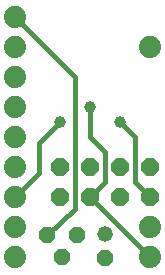
<source format=gbl>
G75*
%MOIN*%
%OFA0B0*%
%FSLAX25Y25*%
%IPPOS*%
%LPD*%
%AMOC8*
5,1,8,0,0,1.08239X$1,22.5*
%
%ADD10OC8,0.06000*%
%ADD11C,0.07400*%
%ADD12OC8,0.05200*%
%ADD13C,0.05200*%
%ADD14C,0.01600*%
%ADD15C,0.03962*%
D10*
X0021576Y0027550D03*
X0021576Y0037550D03*
X0031576Y0037550D03*
X0031576Y0027550D03*
X0041576Y0027550D03*
X0041576Y0037550D03*
X0051576Y0037550D03*
X0051576Y0027550D03*
D11*
X0006576Y0007550D03*
X0006576Y0017550D03*
X0006576Y0027550D03*
X0006576Y0037550D03*
X0006576Y0047550D03*
X0006576Y0057550D03*
X0006576Y0067550D03*
X0006576Y0077550D03*
X0006576Y0087550D03*
X0051576Y0077550D03*
X0051576Y0017550D03*
X0051576Y0007550D03*
D12*
X0036576Y0007300D03*
X0027201Y0015050D03*
X0022201Y0007550D03*
X0017201Y0015050D03*
D13*
X0036576Y0015300D03*
D14*
X0031576Y0027550D02*
X0051576Y0007550D01*
X0051576Y0027550D02*
X0046576Y0032550D01*
X0046576Y0047550D01*
X0041576Y0052550D01*
X0036576Y0042550D02*
X0031576Y0047550D01*
X0031576Y0057550D01*
X0026576Y0067550D02*
X0006576Y0087550D01*
X0026576Y0067550D02*
X0026576Y0023800D01*
X0017201Y0015050D01*
X0006576Y0027550D02*
X0014701Y0035675D01*
X0014701Y0045675D01*
X0021576Y0052550D01*
X0036576Y0042550D02*
X0036576Y0032550D01*
X0031576Y0027550D01*
D15*
X0041576Y0052550D03*
X0031576Y0057550D03*
X0021576Y0052550D03*
M02*

</source>
